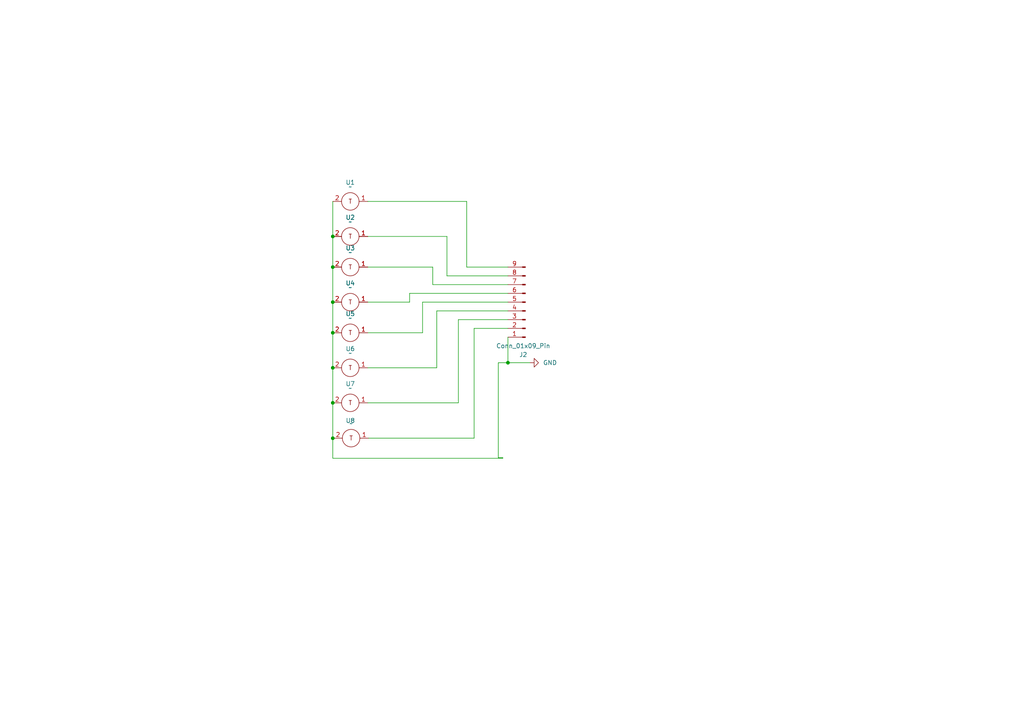
<source format=kicad_sch>
(kicad_sch (version 20250114) (generator "eeschema") (generator_version "9.0")
  (paper "A4")
  (lib_symbols
    (symbol "Connector:Conn_01x09_Pin" (pin_names (offset 1.016) (hide yes))
      (property "Reference" "J1" (at -1.5323 -1.2701 0))
      (property "Value" "Conn_01x09_Pin" (at -1.5323 1.2699 0))
      (symbol "Conn_01x09_Pin_1_1"
        (rectangle (start 0.8636 10.287) (end 0 10.033) (stroke (width 0.1524)) (fill (type outline)))
        (rectangle (start 0.8636 7.747) (end 0 7.493) (stroke (width 0.1524)) (fill (type outline)))
        (rectangle (start 0.8636 5.207) (end 0 4.953) (stroke (width 0.1524)) (fill (type outline)))
        (rectangle (start 0.8636 2.667) (end 0 2.413) (stroke (width 0.1524)) (fill (type outline)))
        (rectangle (start 0.8636 0.127) (end 0 -0.127) (stroke (width 0.1524)) (fill (type outline)))
        (rectangle (start 0.8636 -2.413) (end 0 -2.667) (stroke (width 0.1524)) (fill (type outline)))
        (rectangle (start 0.8636 -4.953) (end 0 -5.207) (stroke (width 0.1524)) (fill (type outline)))
        (rectangle (start 0.8636 -7.493) (end 0 -7.747) (stroke (width 0.1524)) (fill (type outline)))
        (rectangle (start 0.8636 -10.033) (end 0 -10.287) (stroke (width 0.1524)) (fill (type outline)))
        (polyline (pts (xy 1.27 10.16) (xy 0.8636 10.16)) (stroke (width 0.1524)))
        (polyline (pts (xy 1.27 7.62) (xy 0.8636 7.62)) (stroke (width 0.1524)))
        (polyline (pts (xy 1.27 5.08) (xy 0.8636 5.08)) (stroke (width 0.1524)))
        (polyline (pts (xy 1.27 2.54) (xy 0.8636 2.54)) (stroke (width 0.1524)))
        (polyline (pts (xy 1.27 0) (xy 0.8636 0)) (stroke (width 0.1524)))
        (polyline (pts (xy 1.27 -2.54) (xy 0.8636 -2.54)) (stroke (width 0.1524)))
        (polyline (pts (xy 1.27 -5.08) (xy 0.8636 -5.08)) (stroke (width 0.1524)))
        (polyline (pts (xy 1.27 -7.62) (xy 0.8636 -7.62)) (stroke (width 0.1524)))
        (polyline (pts (xy 1.27 -10.16) (xy 0.8636 -10.16)) (stroke (width 0.1524)))
        (pin passive line (at 5.08 10.16 180) (length 3.81) (name "Pin_1") (number "1"))
        (pin passive line (at 5.08 7.62 180) (length 3.81) (name "Pin_2") (number "2"))
        (pin passive line (at 5.08 5.08 180) (length 3.81) (name "Pin_3") (number "3"))
        (pin passive line (at 5.08 2.54 180) (length 3.81) (name "Pin_4") (number "4"))
        (pin passive line (at 5.08 0 180) (length 3.81) (name "Pin_5") (number "5"))
        (pin passive line (at 5.08 -2.54 180) (length 3.81) (name "Pin_6") (number "6"))
        (pin passive line (at 5.08 -5.08 180) (length 3.81) (name "Pin_7") (number "7"))
        (pin passive line (at 5.08 -7.62 180) (length 3.81) (name "Pin_8") (number "8"))
        (pin passive line (at 5.08 -10.16 180) (length 3.81) (name "Pin_9") (number "9"))
      )
    )
    (symbol "EPSA_Lib:NTC_B3380"
      (property "Reference" "U" (at 0 0 0))
      (symbol "NTC_B3380_0_1"
        (circle (center 0 -3.81) (radius 2.54))
      )
      (symbol "NTC_B3380_1_1"
        (text "T\n" (at 0 -3.81 0) (effects (font (size 1.27 1.27))))
        (pin bidirectional line (at -5.08 -3.81 0) (length 2.54) (name "") (number "2"))
        (pin bidirectional line (at 5.08 -3.81 180) (length 2.54) (name "") (number "1"))
      )
    )
    (symbol "power:GND" (power) (pin_numbers (hide yes)) (pin_names (offset 0) (hide yes))
      (property "Value" "GND" (at 0 -3.81 0))
      (symbol "GND_0_1"
        (polyline (pts (xy 0 0) (xy 0 -1.27) (xy 1.27 -1.27) (xy 0 -2.54) (xy -1.27 -1.27) (xy 0 -1.27)))
      )
      (symbol "GND_1_1"
        (pin power_in line (at 0 0 270) (length 0) (name "~") (number "1"))
      )
    )
  )
  (junction (at 96.52 96.52))
  (junction (at 96.52 87.63))
  (junction (at 96.52 77.47))
  (junction (at 96.52 127.1048))
  (junction (at 96.52 116.84))
  (junction (at 96.52 68.58))
  (junction (at 96.52 106.68))
  (junction (at 147.32 105.2077))
  (wire (pts (xy 147.32 105.2077) (xy 144.5177 105.2077)))
  (wire (pts (xy 126.6805 106.68) (xy 126.6805 90.17)))
  (wire (pts (xy 118.8028 85.09) (xy 147.32 85.09)))
  (wire (pts (xy 96.52 132.9212) (xy 145.8379 132.9212)))
  (wire (pts (xy 106.68 116.84) (xy 132.947 116.84)))
  (wire (pts (xy 106.68 87.63) (xy 118.8028 87.63)))
  (wire (pts (xy 118.8028 87.63) (xy 118.8028 85.09)))
  (wire (pts (xy 106.68 77.47) (xy 125.5168 77.47)))
  (wire (pts (xy 144.5177 105.2077) (xy 144.5177 132.7421)))
  (wire (pts (xy 96.52 68.58) (xy 96.52 77.47)))
  (wire (pts (xy 129.6347 80.01) (xy 147.32 80.01)))
  (wire (pts (xy 147.32 97.79) (xy 147.32 105.2077)))
  (wire (pts (xy 96.52 58.42) (xy 96.52 68.58)))
  (wire (pts (xy 135.364 77.47) (xy 147.32 77.47)))
  (wire (pts (xy 106.68 58.42) (xy 135.364 58.42)))
  (wire (pts (xy 106.68 106.68) (xy 126.6805 106.68)))
  (wire (pts (xy 96.52 87.63) (xy 96.52 96.52)))
  (wire (pts (xy 96.52 116.84) (xy 96.52 127.1048)))
  (wire (pts (xy 125.5168 82.55) (xy 147.32 82.55)))
  (wire (pts (xy 132.947 92.71) (xy 147.32 92.71)))
  (wire (pts (xy 137.5125 95.25) (xy 147.32 95.25)))
  (wire (pts (xy 96.52 127.1048) (xy 96.52 132.9212)))
  (wire (pts (xy 106.68 96.52) (xy 122.5626 96.52)))
  (wire (pts (xy 144.5177 132.7421) (xy 145.8379 132.7421)))
  (wire (pts (xy 126.6805 90.17) (xy 147.32 90.17)))
  (wire (pts (xy 122.5626 87.63) (xy 147.32 87.63)))
  (wire (pts (xy 125.5168 77.47) (xy 125.5168 82.55)))
  (wire (pts (xy 96.52 77.47) (xy 96.52 87.63)))
  (wire (pts (xy 129.6347 68.58) (xy 129.6347 80.01)))
  (wire (pts (xy 135.364 58.42) (xy 135.364 77.47)))
  (wire (pts (xy 122.5626 96.52) (xy 122.5626 87.63)))
  (wire (pts (xy 132.947 116.84) (xy 132.947 92.71)))
  (wire (pts (xy 147.32 105.2077) (xy 153.6479 105.2077)))
  (wire (pts (xy 96.52 127.1048) (xy 96.7608 127.1048)))
  (wire (pts (xy 96.7608 127.1048) (xy 96.7608 127.0838)))
  (wire (pts (xy 106.68 68.58) (xy 129.6347 68.58)))
  (wire (pts (xy 96.52 106.68) (xy 96.52 116.84)))
  (wire (pts (xy 145.8379 132.7421) (xy 145.8379 132.9212)))
  (wire (pts (xy 106.9208 127.0838) (xy 137.5125 127.0838)))
  (wire (pts (xy 137.5125 127.0838) (xy 137.5125 95.25)))
  (wire (pts (xy 96.52 96.52) (xy 96.52 106.68)))
  (symbol (lib_id "Connector:Conn_01x09_Pin") (at 152.4 87.63 180) (unit 1)
    (property "Reference" "J2" (at 151.765 102.87 0))
    (property "Value" "Conn_01x09_Pin" (at 151.765 100.33 0))
    (property "Footprint" "Connector_PinHeader_1.27mm:PinHeader_1x09_P1.27mm_Vertical_SMD_Pin1Left" (effects (hide yes)))
    (property "Description" "Generic connector, single row, 01x09, script generated" (effects (hide yes)))
  )
  (symbol (lib_id "EPSA_Lib:NTC_B3380") (at 101.6 102.87 0) (unit 1)
    (property "Reference" "U6" (at 101.6 101.1678 0))
    (property "Value" "~" (at 101.6 102.4378 0))
    (property "Footprint" "therm2:therm" (effects (hide yes)))
  )
  (symbol (lib_id "EPSA_Lib:NTC_B3380") (at 101.6 73.66 0) (unit 1)
    (property "Reference" "U3" (at 101.6 71.9578 0))
    (property "Value" "~" (at 101.6 73.2278 0))
    (property "Footprint" "therm2:therm" (effects (hide yes)))
  )
  (symbol (lib_id "EPSA_Lib:NTC_B3380") (at 101.8408 123.2738 0) (unit 1)
    (property "Reference" "U8" (at 101.6194 121.9931 0))
    (property "Value" "~" (at 101.8408 122.8416 0))
    (property "Footprint" "therm2:therm" (effects (hide yes)))
  )
  (symbol (lib_id "EPSA_Lib:NTC_B3380") (at 101.6 92.71 0) (unit 1)
    (property "Reference" "U5" (at 101.6 91.0078 0))
    (property "Value" "~" (at 101.6 92.2778 0))
    (property "Footprint" "therm2:therm" (effects (hide yes)))
  )
  (symbol (lib_id "EPSA_Lib:NTC_B3380") (at 101.6 54.61 0) (unit 1)
    (property "Reference" "U1" (at 101.6 52.9078 0))
    (property "Value" "~" (at 101.6 54.1778 0))
    (property "Footprint" "therm2:therm" (effects (hide yes)))
  )
  (symbol (lib_id "EPSA_Lib:NTC_B3380") (at 101.6 83.82 0) (unit 1)
    (property "Reference" "U4" (at 101.6 82.1178 0))
    (property "Value" "~" (at 101.6 83.3878 0))
    (property "Footprint" "therm2:therm" (effects (hide yes)))
  )
  (symbol (lib_id "EPSA_Lib:NTC_B3380") (at 101.6 64.77 0) (unit 1)
    (property "Reference" "U2" (at 101.6 63.0678 0))
    (property "Value" "~" (at 101.6 64.3378 0))
    (property "Footprint" "therm:therm" (effects (hide yes)))
  )
  (symbol (lib_id "EPSA_Lib:NTC_B3380") (at 101.6 113.03 0) (unit 1)
    (property "Reference" "U7" (at 101.6 111.3278 0))
    (property "Value" "~" (at 101.6 112.5978 0))
    (property "Footprint" "therm2:therm" (effects (hide yes)))
  )
  (symbol (lib_id "power:GND") (at 153.6479 105.2077 90) (unit 1)
    (property "Reference" "#PWR01" (effects (hide yes)))
    (property "Value" "GND" (at 157.48 105.2076 90) (effects (justify right)))
    (property "Description" "Power symbol creates a global label with name \"GND\" , ground" (effects (hide yes)))
  )
)
</source>
